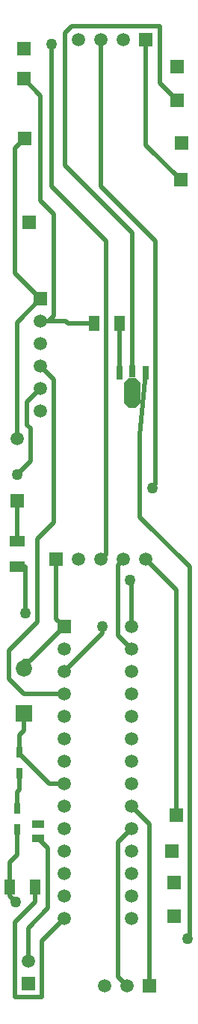
<source format=gbr>
G04 Layer_Physical_Order=1*
G04 Layer_Color=255*
%FSLAX26Y26*%
%MOIN*%
%TF.FileFunction,Copper,L1,Top,Signal*%
%TF.Part,Single*%
G01*
G75*
%TA.AperFunction,SMDPad,CuDef*%
%ADD10R,0.027559X0.062992*%
%ADD11R,0.031496X0.055118*%
%ADD12R,0.030000X0.045000*%
%ADD13R,0.070866X0.045276*%
%ADD14R,0.053150X0.037402*%
%ADD15R,0.045276X0.070866*%
%TA.AperFunction,Conductor*%
%ADD16C,0.019685*%
%TA.AperFunction,ComponentPad*%
%ADD17R,0.072835X0.072835*%
%ADD18C,0.072835*%
%ADD19R,0.059055X0.059055*%
%ADD20C,0.059055*%
%ADD21R,0.059055X0.059055*%
%TA.AperFunction,ViaPad*%
%ADD22C,0.050000*%
G36*
X6182402Y6327717D02*
Y6237165D01*
X6160748Y6215512D01*
X6129252D01*
X6107598Y6237165D01*
Y6327717D01*
X6129252Y6349370D01*
X6160748D01*
X6182402Y6327717D01*
D02*
G37*
D10*
X6204056Y6372992D02*
D03*
X6085944D02*
D03*
D11*
X6145000Y6376930D02*
D03*
D12*
X5640000Y4588740D02*
D03*
Y4681260D02*
D03*
X5630000Y4338740D02*
D03*
Y4431260D02*
D03*
D13*
Y5622086D02*
D03*
Y5507914D02*
D03*
D14*
X5725000Y4298504D02*
D03*
Y4361496D02*
D03*
D15*
X5712086Y4080000D02*
D03*
X5597914D02*
D03*
X6087086Y6590000D02*
D03*
X5972914D02*
D03*
D16*
X5640000Y4681260D02*
Y4758000D01*
X5660000Y4778000D01*
Y4855000D01*
X5848000Y6600000D02*
X5858000Y6590000D01*
X5972914D01*
X5597914Y4080000D02*
Y4193000D01*
X5630000Y4225086D01*
Y4338740D01*
Y4431260D02*
Y4505000D01*
X5640000Y4515000D01*
Y4588740D01*
X5630000Y5622086D02*
Y5800236D01*
X6085944Y6372992D02*
Y6480000D01*
X6087086Y6481142D01*
Y6590000D01*
X6080000Y5515000D02*
X6105000Y5540000D01*
X6080000Y5200000D02*
Y5515000D01*
Y5200000D02*
X6140000Y5140000D01*
Y4440000D02*
X6220000Y4360000D01*
Y3640000D02*
Y4360000D01*
X5630000Y6595000D02*
X5735000Y6700000D01*
X5630000Y6079764D02*
Y6595000D01*
X6205000Y7385000D02*
Y7855000D01*
Y7385000D02*
X6360000Y7230000D01*
X5774000Y4540000D02*
X5840000D01*
X5640000Y4674000D02*
X5774000Y4540000D01*
X5640000Y4674000D02*
Y4681260D01*
X5689000Y5089000D02*
X5840000Y5240000D01*
X5660000Y5055000D02*
Y5089000D01*
X5735000Y6400000D02*
X5795000Y6340000D01*
Y5704000D02*
Y6340000D01*
X5721000Y5630000D02*
X5795000Y5704000D01*
X5721000Y5263000D02*
Y5630000D01*
X5593000Y5135000D02*
X5721000Y5263000D01*
X5593000Y5009000D02*
Y5135000D01*
Y5009000D02*
X5662000Y4940000D01*
X5840000D01*
X5630000Y5507914D02*
X5666000D01*
X5725000Y4298504D02*
X5769000Y4254504D01*
Y3986642D02*
Y4254504D01*
X5680000Y3897642D02*
X5769000Y3986642D01*
X5680000Y3750000D02*
Y3897642D01*
X6135000Y5448000D02*
X6140000Y5443000D01*
Y5240000D02*
Y5443000D01*
X6005000Y5540000D02*
X6026000Y5561000D01*
Y6959000D01*
X5783000Y7202000D02*
X6026000Y6959000D01*
X5783000Y7202000D02*
Y7835000D01*
X5660000Y7680000D02*
X5735568Y7604432D01*
Y7137716D02*
Y7604432D01*
Y7137716D02*
X5795000Y7078284D01*
Y6625000D02*
Y7078284D01*
X5770000Y6600000D02*
X5795000Y6625000D01*
X5735000Y6600000D02*
X5770000D01*
X6205000Y5540000D02*
X6340000Y5405000D01*
Y4400000D02*
Y5405000D01*
X6080000Y3680000D02*
X6120000Y3640000D01*
X6080000Y3680000D02*
Y4280000D01*
X6140000Y4340000D01*
X5621000Y6814000D02*
X5735000Y6700000D01*
X5621000Y6814000D02*
Y7371000D01*
X5665000Y7415000D01*
X6145000Y6376930D02*
Y6994000D01*
X5845000Y7294000D02*
X6145000Y6994000D01*
X5845000Y7294000D02*
Y7885000D01*
X5875000Y7915000D01*
X6268000D01*
Y7662000D02*
Y7915000D01*
Y7662000D02*
X6345000Y7585000D01*
X5805000Y5275000D02*
X5840000Y5240000D01*
X5805000Y5275000D02*
Y5540000D01*
X6179000Y6094000D02*
X6204056Y6372992D01*
X6179000Y5729000D02*
Y6094000D01*
Y5729000D02*
X6400000Y5508000D01*
Y3859000D02*
Y5508000D01*
X6391000Y3850000D02*
X6400000Y3859000D01*
X5597914Y4042000D02*
X5623914Y4016000D01*
X5597914Y4042000D02*
Y4080000D01*
X6005000Y7201000D02*
Y7855000D01*
Y7201000D02*
X6248000Y6958000D01*
Y5873842D02*
Y6958000D01*
X6234000Y5859842D02*
X6248000Y5873842D01*
X5740000Y3840000D02*
X5840000Y3940000D01*
X5740000Y3590000D02*
Y3840000D01*
X5620630Y3590000D02*
X5740000D01*
X5620630D02*
Y3923630D01*
X5712086Y4015086D01*
Y4080000D01*
X5675000Y6240000D02*
X5735000Y6300000D01*
X5675000Y6139000D02*
Y6240000D01*
Y6139000D02*
X5690000Y6124000D01*
Y5979370D02*
Y6124000D01*
X5630000Y5919370D02*
X5690000Y5979370D01*
X6010000Y5210000D02*
Y5240000D01*
X5840000Y5040000D02*
X6010000Y5210000D01*
X5770000Y6600000D02*
X5848000D01*
X5660000Y5089000D02*
X5689000D01*
X5666000Y5300000D02*
Y5507914D01*
D17*
X5660000Y4855000D02*
D03*
D18*
Y5055000D02*
D03*
D19*
X6220000Y3640000D02*
D03*
X6205000Y7855000D02*
D03*
X5685000Y7040000D02*
D03*
X5805000Y5540000D02*
D03*
X5840000Y5240000D02*
D03*
D20*
X6120000Y3640000D02*
D03*
X6020000D02*
D03*
X5905000Y7855000D02*
D03*
X6005000D02*
D03*
X6105000D02*
D03*
X5630000Y6079764D02*
D03*
X6205000Y5540000D02*
D03*
X6105000D02*
D03*
X6005000D02*
D03*
X5905000D02*
D03*
X5840000Y5140000D02*
D03*
Y5040000D02*
D03*
Y4940000D02*
D03*
Y4840000D02*
D03*
Y4740000D02*
D03*
Y4640000D02*
D03*
Y4540000D02*
D03*
Y4440000D02*
D03*
Y4340000D02*
D03*
Y4240000D02*
D03*
Y4140000D02*
D03*
Y4040000D02*
D03*
Y3940000D02*
D03*
X6140000Y5240000D02*
D03*
Y5140000D02*
D03*
Y5040000D02*
D03*
Y4940000D02*
D03*
Y4840000D02*
D03*
Y4740000D02*
D03*
Y4640000D02*
D03*
Y4540000D02*
D03*
Y4440000D02*
D03*
Y4340000D02*
D03*
Y4240000D02*
D03*
Y4140000D02*
D03*
Y4040000D02*
D03*
Y3940000D02*
D03*
X5735000Y6600000D02*
D03*
Y6500000D02*
D03*
Y6400000D02*
D03*
Y6300000D02*
D03*
Y6200000D02*
D03*
X5680000Y3750000D02*
D03*
D21*
X5660000Y7815000D02*
D03*
X6360000Y7230000D02*
D03*
X6365000Y7395000D02*
D03*
X5630000Y5800236D02*
D03*
X6345000Y7735000D02*
D03*
X5660000Y7680000D02*
D03*
X6345000Y7585000D02*
D03*
X6330000Y3950000D02*
D03*
Y4100000D02*
D03*
X6320000Y4240000D02*
D03*
X6340000Y4400000D02*
D03*
X5735000Y6700000D02*
D03*
X5680000Y3650000D02*
D03*
X5665000Y7415000D02*
D03*
D22*
X5666000Y5300000D02*
D03*
X6135000Y5448000D02*
D03*
X5783000Y7835000D02*
D03*
X6391000Y3850000D02*
D03*
X5623914Y4016000D02*
D03*
X6234000Y5859842D02*
D03*
X5630000Y5919370D02*
D03*
X6010000Y5240000D02*
D03*
%TF.MD5,44B7CA6E37E674C6ADCDE493B0E5D8E8*%
M02*

</source>
